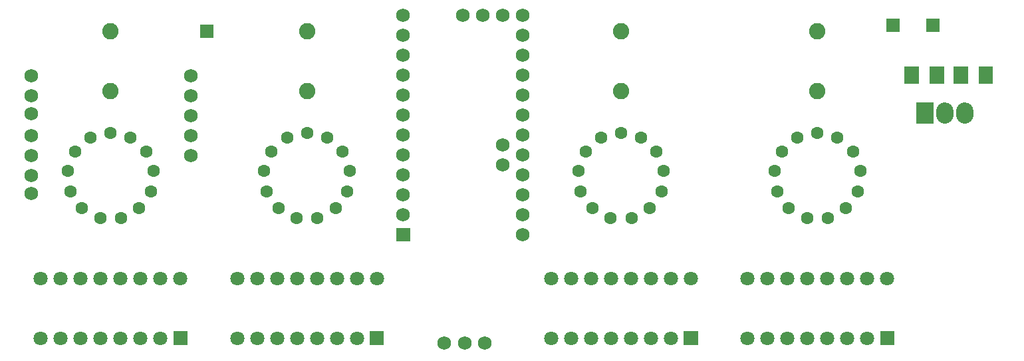
<source format=gbs>
G04 Layer: BottomSolderMaskLayer*
G04 EasyEDA v6.2.46, 2019-12-05T15:20:42+01:00*
G04 d8fcaf4132fa48e7953a627b650daf80,0734b15ce4794c74ad8cde99a471bf6c,10*
G04 Gerber Generator version 0.2*
G04 Scale: 100 percent, Rotated: No, Reflected: No *
G04 Dimensions in millimeters *
G04 leading zeros omitted , absolute positions ,3 integer and 3 decimal *
%FSLAX33Y33*%
%MOMM*%
G90*
G71D02*

%ADD30C,2.203196*%
%ADD31C,1.727200*%
%ADD34C,1.803197*%
%ADD36R,1.778000X1.778000*%
%ADD37C,1.603248*%
%ADD39C,2.082800*%

%LPD*%
G54D30*
G01X133754Y32623D02*
G01X133754Y33123D01*
G01X131214Y32623D02*
G01X131214Y33123D01*
G54D31*
G01X14882Y22633D03*
G01X14882Y24919D03*
G01X14882Y27459D03*
G01X14882Y29999D03*
G01X14882Y32793D03*
G01X14882Y37619D03*
G01X35202Y37619D03*
G01X35202Y35079D03*
G01X35202Y32539D03*
G01X35202Y29999D03*
G01X35202Y27459D03*
G01X14882Y35079D03*
G36*
G01X135544Y36597D02*
G01X135544Y38802D01*
G01X137348Y38802D01*
G01X137348Y36597D01*
G01X135544Y36597D01*
G37*
G36*
G01X132344Y36597D02*
G01X132344Y38802D01*
G01X134147Y38802D01*
G01X134147Y36597D01*
G01X132344Y36597D01*
G37*
G36*
G01X126095Y36597D02*
G01X126095Y38802D01*
G01X127899Y38802D01*
G01X127899Y36597D01*
G01X126095Y36597D01*
G37*
G36*
G01X129296Y36597D02*
G01X129296Y38802D01*
G01X131099Y38802D01*
G01X131099Y36597D01*
G01X129296Y36597D01*
G37*
G36*
G01X127571Y31522D02*
G01X127571Y34225D01*
G01X129776Y34225D01*
G01X129776Y31522D01*
G01X127571Y31522D01*
G37*
G36*
G01X122989Y3288D02*
G01X122989Y5091D01*
G01X124790Y5091D01*
G01X124790Y3288D01*
G01X122989Y3288D01*
G37*
G54D34*
G01X121349Y4190D03*
G01X118809Y4190D03*
G01X116269Y4190D03*
G01X113729Y4190D03*
G01X111189Y4190D03*
G01X108649Y4190D03*
G01X106109Y4190D03*
G01X106109Y11810D03*
G01X108649Y11810D03*
G01X111189Y11810D03*
G01X113729Y11810D03*
G01X116269Y11810D03*
G01X118809Y11810D03*
G01X121349Y11810D03*
G01X123889Y11810D03*
G36*
G01X97988Y3288D02*
G01X97988Y5091D01*
G01X99791Y5091D01*
G01X99791Y3288D01*
G01X97988Y3288D01*
G37*
G01X96349Y4190D03*
G01X93809Y4190D03*
G01X91269Y4190D03*
G01X88729Y4190D03*
G01X86189Y4190D03*
G01X83649Y4190D03*
G01X81109Y4190D03*
G01X81109Y11810D03*
G01X83649Y11810D03*
G01X86189Y11810D03*
G01X88729Y11810D03*
G01X91269Y11810D03*
G01X93809Y11810D03*
G01X96349Y11810D03*
G01X98889Y11810D03*
G36*
G01X57988Y3288D02*
G01X57988Y5091D01*
G01X59791Y5091D01*
G01X59791Y3288D01*
G01X57988Y3288D01*
G37*
G01X56350Y4190D03*
G01X53810Y4190D03*
G01X51270Y4190D03*
G01X48730Y4190D03*
G01X46190Y4190D03*
G01X43650Y4190D03*
G01X41110Y4190D03*
G01X41110Y11810D03*
G01X43650Y11810D03*
G01X46190Y11810D03*
G01X48730Y11810D03*
G01X51270Y11810D03*
G01X53810Y11810D03*
G01X56350Y11810D03*
G01X58890Y11810D03*
G36*
G01X32989Y3288D02*
G01X32989Y5091D01*
G01X34790Y5091D01*
G01X34790Y3288D01*
G01X32989Y3288D01*
G37*
G01X31350Y4190D03*
G01X28810Y4190D03*
G01X26270Y4190D03*
G01X23730Y4190D03*
G01X21190Y4190D03*
G01X18650Y4190D03*
G01X16110Y4190D03*
G01X16110Y11810D03*
G01X18650Y11810D03*
G01X21190Y11810D03*
G01X23730Y11810D03*
G01X26270Y11810D03*
G01X28810Y11810D03*
G01X31350Y11810D03*
G01X33890Y11810D03*
G54D31*
G01X72667Y3537D03*
G01X70063Y3537D03*
G01X67460Y3537D03*
G36*
G01X61389Y16516D02*
G01X61389Y18243D01*
G01X63116Y18243D01*
G01X63116Y16516D01*
G01X61389Y16516D01*
G37*
G01X62253Y19920D03*
G01X62253Y22460D03*
G01X62253Y25000D03*
G01X62253Y27540D03*
G01X62253Y30080D03*
G01X62253Y32620D03*
G01X62253Y35160D03*
G01X62253Y37700D03*
G01X62253Y40240D03*
G01X62253Y42780D03*
G01X62253Y45320D03*
G01X72413Y45320D03*
G01X74953Y45320D03*
G01X77493Y45320D03*
G01X77493Y42780D03*
G01X77493Y40240D03*
G01X77493Y37700D03*
G01X77493Y35160D03*
G01X77493Y32620D03*
G01X77493Y30080D03*
G01X77493Y27540D03*
G01X77493Y25000D03*
G01X77493Y22460D03*
G01X77493Y19920D03*
G01X77493Y17380D03*
G01X74953Y26270D03*
G01X74953Y28810D03*
G01X69873Y45320D03*
G54D36*
G01X37234Y43288D03*
G01X124610Y44050D03*
G01X129690Y44050D03*
G54D37*
G01X25000Y30334D03*
G01X27540Y29699D03*
G01X29521Y27971D03*
G01X30435Y25482D03*
G01X30130Y22891D03*
G01X28632Y20732D03*
G01X26320Y19513D03*
G01X23679Y19513D03*
G01X21367Y20732D03*
G01X19869Y22891D03*
G01X19564Y25508D03*
G01X20478Y27971D03*
G01X22460Y29699D03*
G01X50000Y30334D03*
G01X52540Y29699D03*
G01X54521Y27971D03*
G01X55435Y25482D03*
G01X55130Y22891D03*
G01X53632Y20732D03*
G01X51320Y19513D03*
G01X48679Y19513D03*
G01X46367Y20732D03*
G01X44869Y22891D03*
G01X44564Y25508D03*
G01X45478Y27971D03*
G01X47460Y29699D03*
G01X89999Y30334D03*
G01X92539Y29699D03*
G01X94521Y27971D03*
G01X95435Y25482D03*
G01X95130Y22891D03*
G01X93632Y20732D03*
G01X91320Y19513D03*
G01X88679Y19513D03*
G01X86367Y20732D03*
G01X84869Y22891D03*
G01X84564Y25508D03*
G01X85478Y27971D03*
G01X87459Y29699D03*
G01X114999Y30334D03*
G01X117539Y29699D03*
G01X119521Y27971D03*
G01X120435Y25482D03*
G01X120130Y22891D03*
G01X118632Y20732D03*
G01X116320Y19513D03*
G01X113679Y19513D03*
G01X111367Y20732D03*
G01X109869Y22891D03*
G01X109564Y25508D03*
G01X110478Y27971D03*
G01X112459Y29699D03*
G54D39*
G01X25000Y35690D03*
G01X25000Y43310D03*
G01X50000Y35690D03*
G01X50000Y43310D03*
G01X89999Y35690D03*
G01X89999Y43310D03*
G01X114999Y35690D03*
G01X114999Y43310D03*
M00*
M02*

</source>
